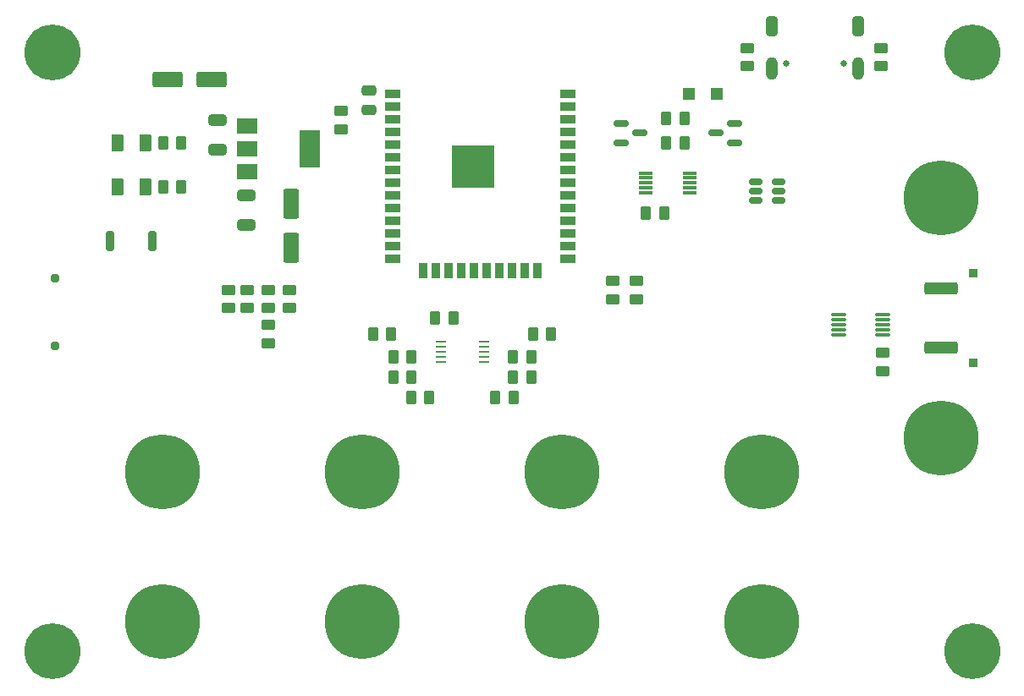
<source format=gbr>
%TF.GenerationSoftware,KiCad,Pcbnew,7.0.8*%
%TF.CreationDate,2023-11-19T15:37:24+01:00*%
%TF.ProjectId,Logger,4c6f6767-6572-42e6-9b69-6361645f7063,rev?*%
%TF.SameCoordinates,Original*%
%TF.FileFunction,Soldermask,Top*%
%TF.FilePolarity,Negative*%
%FSLAX46Y46*%
G04 Gerber Fmt 4.6, Leading zero omitted, Abs format (unit mm)*
G04 Created by KiCad (PCBNEW 7.0.8) date 2023-11-19 15:37:24*
%MOMM*%
%LPD*%
G01*
G04 APERTURE LIST*
G04 Aperture macros list*
%AMRoundRect*
0 Rectangle with rounded corners*
0 $1 Rounding radius*
0 $2 $3 $4 $5 $6 $7 $8 $9 X,Y pos of 4 corners*
0 Add a 4 corners polygon primitive as box body*
4,1,4,$2,$3,$4,$5,$6,$7,$8,$9,$2,$3,0*
0 Add four circle primitives for the rounded corners*
1,1,$1+$1,$2,$3*
1,1,$1+$1,$4,$5*
1,1,$1+$1,$6,$7*
1,1,$1+$1,$8,$9*
0 Add four rect primitives between the rounded corners*
20,1,$1+$1,$2,$3,$4,$5,0*
20,1,$1+$1,$4,$5,$6,$7,0*
20,1,$1+$1,$6,$7,$8,$9,0*
20,1,$1+$1,$8,$9,$2,$3,0*%
G04 Aperture macros list end*
%ADD10RoundRect,0.250000X-1.250000X-0.550000X1.250000X-0.550000X1.250000X0.550000X-1.250000X0.550000X0*%
%ADD11RoundRect,0.250000X-0.262500X-0.450000X0.262500X-0.450000X0.262500X0.450000X-0.262500X0.450000X0*%
%ADD12C,5.600000*%
%ADD13C,7.500000*%
%ADD14RoundRect,0.250000X0.450000X-0.262500X0.450000X0.262500X-0.450000X0.262500X-0.450000X-0.262500X0*%
%ADD15R,2.000000X1.500000*%
%ADD16R,2.000000X3.800000*%
%ADD17RoundRect,0.150000X-0.512500X-0.150000X0.512500X-0.150000X0.512500X0.150000X-0.512500X0.150000X0*%
%ADD18RoundRect,0.250000X0.650000X-0.325000X0.650000X0.325000X-0.650000X0.325000X-0.650000X-0.325000X0*%
%ADD19R,1.200000X1.200000*%
%ADD20RoundRect,0.250000X-0.450000X0.262500X-0.450000X-0.262500X0.450000X-0.262500X0.450000X0.262500X0*%
%ADD21RoundRect,0.250000X0.262500X0.450000X-0.262500X0.450000X-0.262500X-0.450000X0.262500X-0.450000X0*%
%ADD22C,0.650000*%
%ADD23O,1.204000X2.304000*%
%ADD24RoundRect,0.352000X0.250000X0.650000X-0.250000X0.650000X-0.250000X-0.650000X0.250000X-0.650000X0*%
%ADD25RoundRect,0.250000X-0.375000X-0.625000X0.375000X-0.625000X0.375000X0.625000X-0.375000X0.625000X0*%
%ADD26RoundRect,0.250000X-0.550000X1.250000X-0.550000X-1.250000X0.550000X-1.250000X0.550000X1.250000X0*%
%ADD27RoundRect,0.250000X-1.425000X0.362500X-1.425000X-0.362500X1.425000X-0.362500X1.425000X0.362500X0*%
%ADD28R,1.500000X0.900000*%
%ADD29R,0.900000X1.500000*%
%ADD30C,0.600000*%
%ADD31R,4.200000X4.200000*%
%ADD32R,1.100000X0.250000*%
%ADD33RoundRect,0.250000X0.475000X-0.250000X0.475000X0.250000X-0.475000X0.250000X-0.475000X-0.250000X0*%
%ADD34RoundRect,0.150000X-0.587500X-0.150000X0.587500X-0.150000X0.587500X0.150000X-0.587500X0.150000X0*%
%ADD35RoundRect,0.200000X-0.200000X-0.800000X0.200000X-0.800000X0.200000X0.800000X-0.200000X0.800000X0*%
%ADD36RoundRect,0.250000X-0.650000X0.325000X-0.650000X-0.325000X0.650000X-0.325000X0.650000X0.325000X0*%
%ADD37RoundRect,0.075000X-0.650000X-0.075000X0.650000X-0.075000X0.650000X0.075000X-0.650000X0.075000X0*%
%ADD38R,0.850000X0.850000*%
%ADD39RoundRect,0.150000X0.587500X0.150000X-0.587500X0.150000X-0.587500X-0.150000X0.587500X-0.150000X0*%
%ADD40R,1.400000X0.300000*%
%ADD41C,0.950000*%
G04 APERTURE END LIST*
D10*
%TO.C,C11*%
X68100000Y-73400000D03*
X72500000Y-73400000D03*
%TD*%
D11*
%TO.C,R12*%
X90687500Y-103200000D03*
X92512500Y-103200000D03*
%TD*%
D12*
%TO.C,H1*%
X56600000Y-70700000D03*
%TD*%
D13*
%TO.C,GND3*%
X107600000Y-127700000D03*
%TD*%
D11*
%TO.C,C4*%
X115987500Y-86800000D03*
X117812500Y-86800000D03*
%TD*%
D14*
%TO.C,R3*%
X78200000Y-99812500D03*
X78200000Y-97987500D03*
%TD*%
D15*
%TO.C,U5*%
X76050000Y-78100000D03*
X76050000Y-80400000D03*
D16*
X82350000Y-80400000D03*
D15*
X76050000Y-82700000D03*
%TD*%
D17*
%TO.C,U6*%
X126962500Y-83650000D03*
X126962500Y-84600000D03*
X126962500Y-85550000D03*
X129237500Y-85550000D03*
X129237500Y-84600000D03*
X129237500Y-83650000D03*
%TD*%
D13*
%TO.C,GND1*%
X67600000Y-127700000D03*
%TD*%
%TO.C,AIN2*%
X87600000Y-112700000D03*
%TD*%
D18*
%TO.C,C10*%
X73100000Y-80475000D03*
X73100000Y-77525000D03*
%TD*%
D19*
%TO.C,D1*%
X120300000Y-74900000D03*
X123100000Y-74900000D03*
%TD*%
D12*
%TO.C,H3*%
X148600000Y-130700000D03*
%TD*%
D20*
%TO.C,R9*%
X126100000Y-70287500D03*
X126100000Y-72112500D03*
%TD*%
D13*
%TO.C,AIN4*%
X127600000Y-112700000D03*
%TD*%
D20*
%TO.C,C5*%
X78200000Y-94487500D03*
X78200000Y-96312500D03*
%TD*%
D13*
%TO.C,AIN3*%
X107600000Y-112700000D03*
%TD*%
D21*
%TO.C,R2*%
X69512500Y-79800000D03*
X67687500Y-79800000D03*
%TD*%
D20*
%TO.C,C7*%
X76100000Y-94487500D03*
X76100000Y-96312500D03*
%TD*%
D21*
%TO.C,C1*%
X96712500Y-97300000D03*
X94887500Y-97300000D03*
%TD*%
D22*
%TO.C,J2*%
X135767500Y-71817500D03*
X129987500Y-71817500D03*
D23*
X137197500Y-72317500D03*
X128557500Y-72317500D03*
D24*
X137197500Y-68137500D03*
X128557500Y-68137500D03*
%TD*%
D13*
%TO.C,I+1*%
X145500000Y-85300000D03*
%TD*%
D21*
%TO.C,R18*%
X102712500Y-105300000D03*
X100887500Y-105300000D03*
%TD*%
D25*
%TO.C,WRITE1*%
X63100000Y-84200000D03*
X65900000Y-84200000D03*
%TD*%
D12*
%TO.C,H4*%
X56600000Y-130700000D03*
%TD*%
D13*
%TO.C,I-1*%
X145500000Y-109300000D03*
%TD*%
D20*
%TO.C,R6*%
X80300000Y-94487500D03*
X80300000Y-96312500D03*
%TD*%
D26*
%TO.C,C8*%
X80500000Y-85900000D03*
X80500000Y-90300000D03*
%TD*%
D27*
%TO.C,R1*%
X145500000Y-94337500D03*
X145500000Y-100262500D03*
%TD*%
D28*
%TO.C,U4*%
X90650000Y-74850000D03*
X90650000Y-76120000D03*
X90650000Y-77390000D03*
X90650000Y-78660000D03*
X90650000Y-79930000D03*
X90650000Y-81200000D03*
X90650000Y-82470000D03*
X90650000Y-83740000D03*
X90650000Y-85010000D03*
X90650000Y-86280000D03*
X90650000Y-87550000D03*
X90650000Y-88820000D03*
X90650000Y-90090000D03*
X90650000Y-91360000D03*
D29*
X93690000Y-92610000D03*
X94960000Y-92610000D03*
X96230000Y-92610000D03*
X97500000Y-92610000D03*
X98770000Y-92610000D03*
X100040000Y-92610000D03*
X101310000Y-92610000D03*
X102580000Y-92610000D03*
X103850000Y-92610000D03*
X105120000Y-92610000D03*
D28*
X108150000Y-91360000D03*
X108150000Y-90090000D03*
X108150000Y-88820000D03*
X108150000Y-87550000D03*
X108150000Y-86280000D03*
X108150000Y-85010000D03*
X108150000Y-83740000D03*
X108150000Y-82470000D03*
X108150000Y-81200000D03*
X108150000Y-79930000D03*
X108150000Y-78660000D03*
X108150000Y-77390000D03*
X108150000Y-76120000D03*
X108150000Y-74850000D03*
D30*
X97195000Y-81427500D03*
X97195000Y-82952500D03*
X97957500Y-80665000D03*
X97957500Y-82190000D03*
X97957500Y-83715000D03*
X98720000Y-81427500D03*
D31*
X98720000Y-82190000D03*
D30*
X98720000Y-82952500D03*
X99482500Y-80665000D03*
X99482500Y-82190000D03*
X99482500Y-83715000D03*
X100245000Y-81427500D03*
X100245000Y-82952500D03*
%TD*%
D11*
%TO.C,R10*%
X90687500Y-101200000D03*
X92512500Y-101200000D03*
%TD*%
D32*
%TO.C,U2*%
X95450000Y-99700000D03*
X95450000Y-100200000D03*
X95450000Y-100700000D03*
X95450000Y-101200000D03*
X95450000Y-101700000D03*
X99750000Y-101700000D03*
X99750000Y-101200000D03*
X99750000Y-100700000D03*
X99750000Y-100200000D03*
X99750000Y-99700000D03*
%TD*%
D11*
%TO.C,R4*%
X117987500Y-79800000D03*
X119812500Y-79800000D03*
%TD*%
D13*
%TO.C,GND4*%
X127600000Y-127700000D03*
%TD*%
%TO.C,AIN1*%
X67600000Y-112700000D03*
%TD*%
D14*
%TO.C,R15*%
X115000000Y-95412500D03*
X115000000Y-93587500D03*
%TD*%
D21*
%TO.C,R17*%
X104512500Y-103200000D03*
X102687500Y-103200000D03*
%TD*%
D11*
%TO.C,R20*%
X104687500Y-98900000D03*
X106512500Y-98900000D03*
%TD*%
D20*
%TO.C,R8*%
X139500000Y-70287500D03*
X139500000Y-72112500D03*
%TD*%
D33*
%TO.C,C2*%
X88300000Y-76450000D03*
X88300000Y-74550000D03*
%TD*%
D21*
%TO.C,R19*%
X104512500Y-101200000D03*
X102687500Y-101200000D03*
%TD*%
D34*
%TO.C,Q2*%
X113462500Y-77850000D03*
X113462500Y-79750000D03*
X115337500Y-78800000D03*
%TD*%
D21*
%TO.C,R7*%
X119812500Y-77300000D03*
X117987500Y-77300000D03*
%TD*%
%TO.C,R5*%
X69512500Y-84200000D03*
X67687500Y-84200000D03*
%TD*%
D25*
%TO.C,PWR1*%
X63100000Y-79800000D03*
X65900000Y-79800000D03*
%TD*%
D20*
%TO.C,R16*%
X74200000Y-94487500D03*
X74200000Y-96312500D03*
%TD*%
D35*
%TO.C,RST1*%
X62400000Y-89600000D03*
X66600000Y-89600000D03*
%TD*%
D36*
%TO.C,C9*%
X76000000Y-85025000D03*
X76000000Y-87975000D03*
%TD*%
D37*
%TO.C,U1*%
X135300000Y-97000000D03*
X135300000Y-97500000D03*
X135300000Y-98000000D03*
X135300000Y-98500000D03*
X135300000Y-99000000D03*
X139700000Y-99000000D03*
X139700000Y-98500000D03*
X139700000Y-98000000D03*
X139700000Y-97500000D03*
X139700000Y-97000000D03*
%TD*%
D11*
%TO.C,R13*%
X92487500Y-105300000D03*
X94312500Y-105300000D03*
%TD*%
D20*
%TO.C,C3*%
X139700000Y-100787500D03*
X139700000Y-102612500D03*
%TD*%
D38*
%TO.C,J3*%
X148700000Y-92800000D03*
%TD*%
D39*
%TO.C,Q1*%
X124837500Y-79750000D03*
X124837500Y-77850000D03*
X122962500Y-78800000D03*
%TD*%
D38*
%TO.C,J4*%
X148700000Y-101800000D03*
%TD*%
D14*
%TO.C,C6*%
X85500000Y-78412500D03*
X85500000Y-76587500D03*
%TD*%
%TO.C,R14*%
X112700000Y-95412500D03*
X112700000Y-93587500D03*
%TD*%
D21*
%TO.C,R11*%
X90512500Y-98900000D03*
X88687500Y-98900000D03*
%TD*%
D40*
%TO.C,U3*%
X120400000Y-84800000D03*
X120400000Y-84300000D03*
X120400000Y-83800000D03*
X120400000Y-83300000D03*
X120400000Y-82800000D03*
X116000000Y-82800000D03*
X116000000Y-83300000D03*
X116000000Y-83800000D03*
X116000000Y-84300000D03*
X116000000Y-84800000D03*
%TD*%
D12*
%TO.C,H2*%
X148600000Y-70700000D03*
%TD*%
D13*
%TO.C,GND2*%
X87600000Y-127700000D03*
%TD*%
D41*
%TO.C,J1*%
X56900000Y-100100000D03*
X56900000Y-93300000D03*
%TD*%
M02*

</source>
